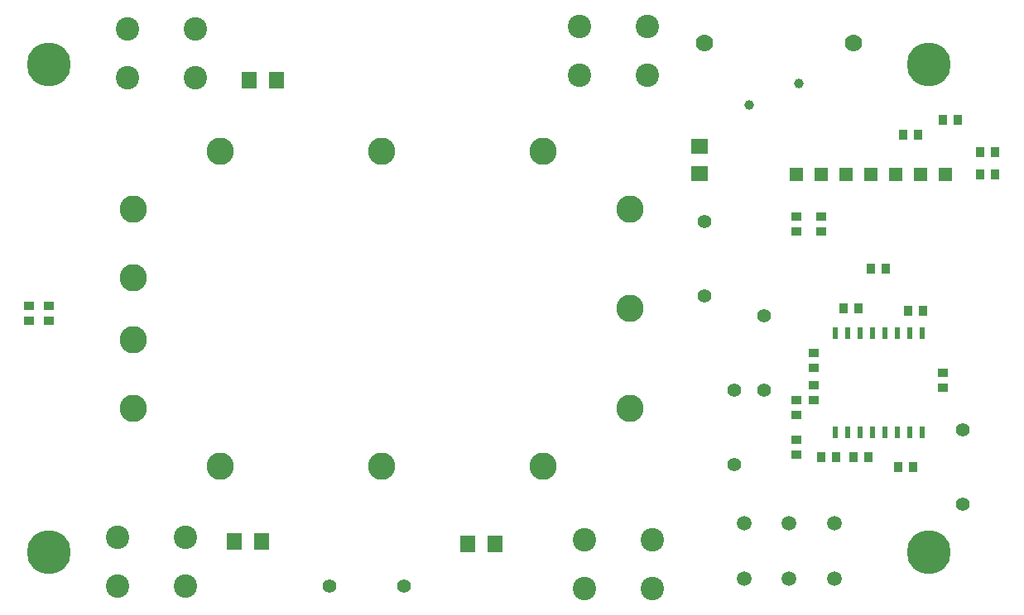
<source format=gts>
G04 (created by PCBNEW (2013-07-07 BZR 4022)-stable) date 3/29/2016 6:17:35 AM*
%MOIN*%
G04 Gerber Fmt 3.4, Leading zero omitted, Abs format*
%FSLAX34Y34*%
G01*
G70*
G90*
G04 APERTURE LIST*
%ADD10C,0.00590551*%
%ADD11C,0.0944882*%
%ADD12C,0.110236*%
%ADD13C,0.0393701*%
%ADD14R,0.055X0.055*%
%ADD15R,0.0394X0.0354*%
%ADD16R,0.063X0.071*%
%ADD17R,0.071X0.063*%
%ADD18R,0.02X0.045*%
%ADD19R,0.0354X0.0394*%
%ADD20C,0.177165*%
%ADD21C,0.055*%
%ADD22C,0.07*%
%ADD23C,0.0598425*%
G04 APERTURE END LIST*
G54D10*
G54D11*
X85300Y-46200D03*
X85300Y-44231D03*
X82540Y-44231D03*
X82540Y-46200D03*
X85500Y-66900D03*
X85500Y-64931D03*
X82740Y-64931D03*
X82740Y-66900D03*
X67100Y-46300D03*
X67100Y-44331D03*
X64340Y-44331D03*
X64340Y-46300D03*
X66700Y-66800D03*
X66700Y-64831D03*
X63940Y-64831D03*
X63940Y-66800D03*
G54D12*
X84600Y-59615D03*
X84600Y-55600D03*
X84600Y-51584D03*
X64600Y-59615D03*
X64600Y-56850D03*
X64600Y-54350D03*
X64600Y-51584D03*
X68100Y-61950D03*
X74600Y-61950D03*
X81100Y-61950D03*
X68100Y-49249D03*
X74600Y-49249D03*
X81100Y-49249D03*
G54D13*
X89396Y-47400D03*
X91403Y-46533D03*
G54D14*
X91300Y-50200D03*
X92300Y-50200D03*
X96300Y-50200D03*
G54D15*
X91300Y-51904D03*
X91300Y-52496D03*
X92300Y-51904D03*
X92300Y-52496D03*
G54D16*
X68650Y-65000D03*
X69750Y-65000D03*
X69250Y-46400D03*
X70350Y-46400D03*
G54D17*
X87400Y-49050D03*
X87400Y-50150D03*
G54D16*
X78050Y-65100D03*
X79150Y-65100D03*
G54D15*
X61200Y-55504D03*
X61200Y-56096D03*
X60400Y-55504D03*
X60400Y-56096D03*
G54D18*
X96350Y-56600D03*
X95850Y-56600D03*
X95350Y-56600D03*
X94850Y-56600D03*
X94350Y-56600D03*
X93850Y-56600D03*
X93350Y-56600D03*
X92850Y-56600D03*
X92850Y-60600D03*
X93350Y-60600D03*
X93850Y-60600D03*
X94350Y-60600D03*
X94850Y-60600D03*
X95350Y-60600D03*
X95850Y-60600D03*
X96350Y-60600D03*
G54D14*
X93300Y-50200D03*
X97300Y-50200D03*
X95300Y-50200D03*
G54D15*
X97200Y-58204D03*
X97200Y-58796D03*
G54D19*
X98704Y-49300D03*
X99296Y-49300D03*
X95604Y-48600D03*
X96196Y-48600D03*
X97796Y-48000D03*
X97204Y-48000D03*
X94304Y-54000D03*
X94896Y-54000D03*
X98704Y-50200D03*
X99296Y-50200D03*
X95404Y-62000D03*
X95996Y-62000D03*
X95804Y-55700D03*
X96396Y-55700D03*
G54D15*
X92000Y-59296D03*
X92000Y-58704D03*
G54D19*
X92896Y-61600D03*
X92304Y-61600D03*
X94196Y-61600D03*
X93604Y-61600D03*
G54D15*
X91300Y-60904D03*
X91300Y-61496D03*
X91300Y-59304D03*
X91300Y-59896D03*
G54D19*
X93204Y-55600D03*
X93796Y-55600D03*
G54D15*
X92000Y-57404D03*
X92000Y-57996D03*
G54D20*
X96616Y-65442D03*
X96616Y-45757D03*
X61183Y-45757D03*
X61183Y-65442D03*
G54D21*
X87600Y-52100D03*
X87600Y-55100D03*
X88800Y-61900D03*
X88800Y-58900D03*
X90000Y-58900D03*
X90000Y-55900D03*
X72500Y-66800D03*
X75500Y-66800D03*
X98000Y-60500D03*
X98000Y-63500D03*
G54D22*
X93600Y-44900D03*
X87600Y-44900D03*
G54D14*
X94300Y-50200D03*
G54D23*
X89188Y-64255D03*
X91000Y-64255D03*
X92811Y-64255D03*
X89188Y-66500D03*
X91000Y-66500D03*
X92811Y-66500D03*
M02*

</source>
